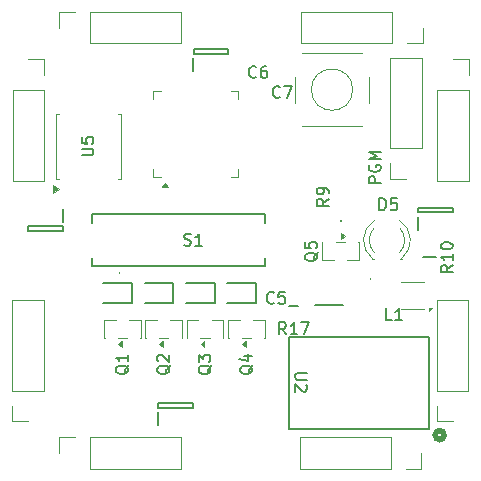
<source format=gbr>
%TF.GenerationSoftware,KiCad,Pcbnew,9.0.6*%
%TF.CreationDate,2025-12-07T19:24:30-08:00*%
%TF.ProjectId,redstone_repeater,72656473-746f-46e6-955f-726570656174,rev?*%
%TF.SameCoordinates,Original*%
%TF.FileFunction,Legend,Top*%
%TF.FilePolarity,Positive*%
%FSLAX46Y46*%
G04 Gerber Fmt 4.6, Leading zero omitted, Abs format (unit mm)*
G04 Created by KiCad (PCBNEW 9.0.6) date 2025-12-07 19:24:30*
%MOMM*%
%LPD*%
G01*
G04 APERTURE LIST*
%ADD10C,0.150000*%
%ADD11C,0.152400*%
%ADD12C,0.508000*%
%ADD13C,0.120000*%
%ADD14C,0.200000*%
%ADD15C,0.100000*%
G04 APERTURE END LIST*
D10*
X191869819Y-50163220D02*
X190869819Y-50163220D01*
X190869819Y-50163220D02*
X190869819Y-49782268D01*
X190869819Y-49782268D02*
X190917438Y-49687030D01*
X190917438Y-49687030D02*
X190965057Y-49639411D01*
X190965057Y-49639411D02*
X191060295Y-49591792D01*
X191060295Y-49591792D02*
X191203152Y-49591792D01*
X191203152Y-49591792D02*
X191298390Y-49639411D01*
X191298390Y-49639411D02*
X191346009Y-49687030D01*
X191346009Y-49687030D02*
X191393628Y-49782268D01*
X191393628Y-49782268D02*
X191393628Y-50163220D01*
X190917438Y-48639411D02*
X190869819Y-48734649D01*
X190869819Y-48734649D02*
X190869819Y-48877506D01*
X190869819Y-48877506D02*
X190917438Y-49020363D01*
X190917438Y-49020363D02*
X191012676Y-49115601D01*
X191012676Y-49115601D02*
X191107914Y-49163220D01*
X191107914Y-49163220D02*
X191298390Y-49210839D01*
X191298390Y-49210839D02*
X191441247Y-49210839D01*
X191441247Y-49210839D02*
X191631723Y-49163220D01*
X191631723Y-49163220D02*
X191726961Y-49115601D01*
X191726961Y-49115601D02*
X191822200Y-49020363D01*
X191822200Y-49020363D02*
X191869819Y-48877506D01*
X191869819Y-48877506D02*
X191869819Y-48782268D01*
X191869819Y-48782268D02*
X191822200Y-48639411D01*
X191822200Y-48639411D02*
X191774580Y-48591792D01*
X191774580Y-48591792D02*
X191441247Y-48591792D01*
X191441247Y-48591792D02*
X191441247Y-48782268D01*
X191869819Y-48163220D02*
X190869819Y-48163220D01*
X190869819Y-48163220D02*
X191584104Y-47829887D01*
X191584104Y-47829887D02*
X190869819Y-47496554D01*
X190869819Y-47496554D02*
X191869819Y-47496554D01*
X185625180Y-66238095D02*
X184815657Y-66238095D01*
X184815657Y-66238095D02*
X184720419Y-66285714D01*
X184720419Y-66285714D02*
X184672800Y-66333333D01*
X184672800Y-66333333D02*
X184625180Y-66428571D01*
X184625180Y-66428571D02*
X184625180Y-66619047D01*
X184625180Y-66619047D02*
X184672800Y-66714285D01*
X184672800Y-66714285D02*
X184720419Y-66761904D01*
X184720419Y-66761904D02*
X184815657Y-66809523D01*
X184815657Y-66809523D02*
X185625180Y-66809523D01*
X185529942Y-67238095D02*
X185577561Y-67285714D01*
X185577561Y-67285714D02*
X185625180Y-67380952D01*
X185625180Y-67380952D02*
X185625180Y-67619047D01*
X185625180Y-67619047D02*
X185577561Y-67714285D01*
X185577561Y-67714285D02*
X185529942Y-67761904D01*
X185529942Y-67761904D02*
X185434704Y-67809523D01*
X185434704Y-67809523D02*
X185339466Y-67809523D01*
X185339466Y-67809523D02*
X185196609Y-67761904D01*
X185196609Y-67761904D02*
X184625180Y-67190476D01*
X184625180Y-67190476D02*
X184625180Y-67809523D01*
X181050057Y-65595238D02*
X181002438Y-65690476D01*
X181002438Y-65690476D02*
X180907200Y-65785714D01*
X180907200Y-65785714D02*
X180764342Y-65928571D01*
X180764342Y-65928571D02*
X180716723Y-66023809D01*
X180716723Y-66023809D02*
X180716723Y-66119047D01*
X180954819Y-66071428D02*
X180907200Y-66166666D01*
X180907200Y-66166666D02*
X180811961Y-66261904D01*
X180811961Y-66261904D02*
X180621485Y-66309523D01*
X180621485Y-66309523D02*
X180288152Y-66309523D01*
X180288152Y-66309523D02*
X180097676Y-66261904D01*
X180097676Y-66261904D02*
X180002438Y-66166666D01*
X180002438Y-66166666D02*
X179954819Y-66071428D01*
X179954819Y-66071428D02*
X179954819Y-65880952D01*
X179954819Y-65880952D02*
X180002438Y-65785714D01*
X180002438Y-65785714D02*
X180097676Y-65690476D01*
X180097676Y-65690476D02*
X180288152Y-65642857D01*
X180288152Y-65642857D02*
X180621485Y-65642857D01*
X180621485Y-65642857D02*
X180811961Y-65690476D01*
X180811961Y-65690476D02*
X180907200Y-65785714D01*
X180907200Y-65785714D02*
X180954819Y-65880952D01*
X180954819Y-65880952D02*
X180954819Y-66071428D01*
X180288152Y-64785714D02*
X180954819Y-64785714D01*
X179907200Y-65023809D02*
X180621485Y-65261904D01*
X180621485Y-65261904D02*
X180621485Y-64642857D01*
X186550057Y-56032738D02*
X186502438Y-56127976D01*
X186502438Y-56127976D02*
X186407200Y-56223214D01*
X186407200Y-56223214D02*
X186264342Y-56366071D01*
X186264342Y-56366071D02*
X186216723Y-56461309D01*
X186216723Y-56461309D02*
X186216723Y-56556547D01*
X186454819Y-56508928D02*
X186407200Y-56604166D01*
X186407200Y-56604166D02*
X186311961Y-56699404D01*
X186311961Y-56699404D02*
X186121485Y-56747023D01*
X186121485Y-56747023D02*
X185788152Y-56747023D01*
X185788152Y-56747023D02*
X185597676Y-56699404D01*
X185597676Y-56699404D02*
X185502438Y-56604166D01*
X185502438Y-56604166D02*
X185454819Y-56508928D01*
X185454819Y-56508928D02*
X185454819Y-56318452D01*
X185454819Y-56318452D02*
X185502438Y-56223214D01*
X185502438Y-56223214D02*
X185597676Y-56127976D01*
X185597676Y-56127976D02*
X185788152Y-56080357D01*
X185788152Y-56080357D02*
X186121485Y-56080357D01*
X186121485Y-56080357D02*
X186311961Y-56127976D01*
X186311961Y-56127976D02*
X186407200Y-56223214D01*
X186407200Y-56223214D02*
X186454819Y-56318452D01*
X186454819Y-56318452D02*
X186454819Y-56508928D01*
X185454819Y-55175595D02*
X185454819Y-55651785D01*
X185454819Y-55651785D02*
X185931009Y-55699404D01*
X185931009Y-55699404D02*
X185883390Y-55651785D01*
X185883390Y-55651785D02*
X185835771Y-55556547D01*
X185835771Y-55556547D02*
X185835771Y-55318452D01*
X185835771Y-55318452D02*
X185883390Y-55223214D01*
X185883390Y-55223214D02*
X185931009Y-55175595D01*
X185931009Y-55175595D02*
X186026247Y-55127976D01*
X186026247Y-55127976D02*
X186264342Y-55127976D01*
X186264342Y-55127976D02*
X186359580Y-55175595D01*
X186359580Y-55175595D02*
X186407200Y-55223214D01*
X186407200Y-55223214D02*
X186454819Y-55318452D01*
X186454819Y-55318452D02*
X186454819Y-55556547D01*
X186454819Y-55556547D02*
X186407200Y-55651785D01*
X186407200Y-55651785D02*
X186359580Y-55699404D01*
X175238095Y-55407200D02*
X175380952Y-55454819D01*
X175380952Y-55454819D02*
X175619047Y-55454819D01*
X175619047Y-55454819D02*
X175714285Y-55407200D01*
X175714285Y-55407200D02*
X175761904Y-55359580D01*
X175761904Y-55359580D02*
X175809523Y-55264342D01*
X175809523Y-55264342D02*
X175809523Y-55169104D01*
X175809523Y-55169104D02*
X175761904Y-55073866D01*
X175761904Y-55073866D02*
X175714285Y-55026247D01*
X175714285Y-55026247D02*
X175619047Y-54978628D01*
X175619047Y-54978628D02*
X175428571Y-54931009D01*
X175428571Y-54931009D02*
X175333333Y-54883390D01*
X175333333Y-54883390D02*
X175285714Y-54835771D01*
X175285714Y-54835771D02*
X175238095Y-54740533D01*
X175238095Y-54740533D02*
X175238095Y-54645295D01*
X175238095Y-54645295D02*
X175285714Y-54550057D01*
X175285714Y-54550057D02*
X175333333Y-54502438D01*
X175333333Y-54502438D02*
X175428571Y-54454819D01*
X175428571Y-54454819D02*
X175666666Y-54454819D01*
X175666666Y-54454819D02*
X175809523Y-54502438D01*
X176761904Y-55454819D02*
X176190476Y-55454819D01*
X176476190Y-55454819D02*
X176476190Y-54454819D01*
X176476190Y-54454819D02*
X176380952Y-54597676D01*
X176380952Y-54597676D02*
X176285714Y-54692914D01*
X176285714Y-54692914D02*
X176190476Y-54740533D01*
X183333333Y-42859580D02*
X183285714Y-42907200D01*
X183285714Y-42907200D02*
X183142857Y-42954819D01*
X183142857Y-42954819D02*
X183047619Y-42954819D01*
X183047619Y-42954819D02*
X182904762Y-42907200D01*
X182904762Y-42907200D02*
X182809524Y-42811961D01*
X182809524Y-42811961D02*
X182761905Y-42716723D01*
X182761905Y-42716723D02*
X182714286Y-42526247D01*
X182714286Y-42526247D02*
X182714286Y-42383390D01*
X182714286Y-42383390D02*
X182761905Y-42192914D01*
X182761905Y-42192914D02*
X182809524Y-42097676D01*
X182809524Y-42097676D02*
X182904762Y-42002438D01*
X182904762Y-42002438D02*
X183047619Y-41954819D01*
X183047619Y-41954819D02*
X183142857Y-41954819D01*
X183142857Y-41954819D02*
X183285714Y-42002438D01*
X183285714Y-42002438D02*
X183333333Y-42050057D01*
X183666667Y-41954819D02*
X184333333Y-41954819D01*
X184333333Y-41954819D02*
X183904762Y-42954819D01*
X192833333Y-61754819D02*
X192357143Y-61754819D01*
X192357143Y-61754819D02*
X192357143Y-60754819D01*
X193690476Y-61754819D02*
X193119048Y-61754819D01*
X193404762Y-61754819D02*
X193404762Y-60754819D01*
X193404762Y-60754819D02*
X193309524Y-60897676D01*
X193309524Y-60897676D02*
X193214286Y-60992914D01*
X193214286Y-60992914D02*
X193119048Y-61040533D01*
X170550057Y-65595238D02*
X170502438Y-65690476D01*
X170502438Y-65690476D02*
X170407200Y-65785714D01*
X170407200Y-65785714D02*
X170264342Y-65928571D01*
X170264342Y-65928571D02*
X170216723Y-66023809D01*
X170216723Y-66023809D02*
X170216723Y-66119047D01*
X170454819Y-66071428D02*
X170407200Y-66166666D01*
X170407200Y-66166666D02*
X170311961Y-66261904D01*
X170311961Y-66261904D02*
X170121485Y-66309523D01*
X170121485Y-66309523D02*
X169788152Y-66309523D01*
X169788152Y-66309523D02*
X169597676Y-66261904D01*
X169597676Y-66261904D02*
X169502438Y-66166666D01*
X169502438Y-66166666D02*
X169454819Y-66071428D01*
X169454819Y-66071428D02*
X169454819Y-65880952D01*
X169454819Y-65880952D02*
X169502438Y-65785714D01*
X169502438Y-65785714D02*
X169597676Y-65690476D01*
X169597676Y-65690476D02*
X169788152Y-65642857D01*
X169788152Y-65642857D02*
X170121485Y-65642857D01*
X170121485Y-65642857D02*
X170311961Y-65690476D01*
X170311961Y-65690476D02*
X170407200Y-65785714D01*
X170407200Y-65785714D02*
X170454819Y-65880952D01*
X170454819Y-65880952D02*
X170454819Y-66071428D01*
X170454819Y-64690476D02*
X170454819Y-65261904D01*
X170454819Y-64976190D02*
X169454819Y-64976190D01*
X169454819Y-64976190D02*
X169597676Y-65071428D01*
X169597676Y-65071428D02*
X169692914Y-65166666D01*
X169692914Y-65166666D02*
X169740533Y-65261904D01*
X182833333Y-60273443D02*
X182785714Y-60321063D01*
X182785714Y-60321063D02*
X182642857Y-60368682D01*
X182642857Y-60368682D02*
X182547619Y-60368682D01*
X182547619Y-60368682D02*
X182404762Y-60321063D01*
X182404762Y-60321063D02*
X182309524Y-60225824D01*
X182309524Y-60225824D02*
X182261905Y-60130586D01*
X182261905Y-60130586D02*
X182214286Y-59940110D01*
X182214286Y-59940110D02*
X182214286Y-59797253D01*
X182214286Y-59797253D02*
X182261905Y-59606777D01*
X182261905Y-59606777D02*
X182309524Y-59511539D01*
X182309524Y-59511539D02*
X182404762Y-59416301D01*
X182404762Y-59416301D02*
X182547619Y-59368682D01*
X182547619Y-59368682D02*
X182642857Y-59368682D01*
X182642857Y-59368682D02*
X182785714Y-59416301D01*
X182785714Y-59416301D02*
X182833333Y-59463920D01*
X183738095Y-59368682D02*
X183261905Y-59368682D01*
X183261905Y-59368682D02*
X183214286Y-59844872D01*
X183214286Y-59844872D02*
X183261905Y-59797253D01*
X183261905Y-59797253D02*
X183357143Y-59749634D01*
X183357143Y-59749634D02*
X183595238Y-59749634D01*
X183595238Y-59749634D02*
X183690476Y-59797253D01*
X183690476Y-59797253D02*
X183738095Y-59844872D01*
X183738095Y-59844872D02*
X183785714Y-59940110D01*
X183785714Y-59940110D02*
X183785714Y-60178205D01*
X183785714Y-60178205D02*
X183738095Y-60273443D01*
X183738095Y-60273443D02*
X183690476Y-60321063D01*
X183690476Y-60321063D02*
X183595238Y-60368682D01*
X183595238Y-60368682D02*
X183357143Y-60368682D01*
X183357143Y-60368682D02*
X183261905Y-60321063D01*
X183261905Y-60321063D02*
X183214286Y-60273443D01*
X197954819Y-57092857D02*
X197478628Y-57426190D01*
X197954819Y-57664285D02*
X196954819Y-57664285D01*
X196954819Y-57664285D02*
X196954819Y-57283333D01*
X196954819Y-57283333D02*
X197002438Y-57188095D01*
X197002438Y-57188095D02*
X197050057Y-57140476D01*
X197050057Y-57140476D02*
X197145295Y-57092857D01*
X197145295Y-57092857D02*
X197288152Y-57092857D01*
X197288152Y-57092857D02*
X197383390Y-57140476D01*
X197383390Y-57140476D02*
X197431009Y-57188095D01*
X197431009Y-57188095D02*
X197478628Y-57283333D01*
X197478628Y-57283333D02*
X197478628Y-57664285D01*
X197954819Y-56140476D02*
X197954819Y-56711904D01*
X197954819Y-56426190D02*
X196954819Y-56426190D01*
X196954819Y-56426190D02*
X197097676Y-56521428D01*
X197097676Y-56521428D02*
X197192914Y-56616666D01*
X197192914Y-56616666D02*
X197240533Y-56711904D01*
X196954819Y-55521428D02*
X196954819Y-55426190D01*
X196954819Y-55426190D02*
X197002438Y-55330952D01*
X197002438Y-55330952D02*
X197050057Y-55283333D01*
X197050057Y-55283333D02*
X197145295Y-55235714D01*
X197145295Y-55235714D02*
X197335771Y-55188095D01*
X197335771Y-55188095D02*
X197573866Y-55188095D01*
X197573866Y-55188095D02*
X197764342Y-55235714D01*
X197764342Y-55235714D02*
X197859580Y-55283333D01*
X197859580Y-55283333D02*
X197907200Y-55330952D01*
X197907200Y-55330952D02*
X197954819Y-55426190D01*
X197954819Y-55426190D02*
X197954819Y-55521428D01*
X197954819Y-55521428D02*
X197907200Y-55616666D01*
X197907200Y-55616666D02*
X197859580Y-55664285D01*
X197859580Y-55664285D02*
X197764342Y-55711904D01*
X197764342Y-55711904D02*
X197573866Y-55759523D01*
X197573866Y-55759523D02*
X197335771Y-55759523D01*
X197335771Y-55759523D02*
X197145295Y-55711904D01*
X197145295Y-55711904D02*
X197050057Y-55664285D01*
X197050057Y-55664285D02*
X197002438Y-55616666D01*
X197002438Y-55616666D02*
X196954819Y-55521428D01*
X183857142Y-62954819D02*
X183523809Y-62478628D01*
X183285714Y-62954819D02*
X183285714Y-61954819D01*
X183285714Y-61954819D02*
X183666666Y-61954819D01*
X183666666Y-61954819D02*
X183761904Y-62002438D01*
X183761904Y-62002438D02*
X183809523Y-62050057D01*
X183809523Y-62050057D02*
X183857142Y-62145295D01*
X183857142Y-62145295D02*
X183857142Y-62288152D01*
X183857142Y-62288152D02*
X183809523Y-62383390D01*
X183809523Y-62383390D02*
X183761904Y-62431009D01*
X183761904Y-62431009D02*
X183666666Y-62478628D01*
X183666666Y-62478628D02*
X183285714Y-62478628D01*
X184809523Y-62954819D02*
X184238095Y-62954819D01*
X184523809Y-62954819D02*
X184523809Y-61954819D01*
X184523809Y-61954819D02*
X184428571Y-62097676D01*
X184428571Y-62097676D02*
X184333333Y-62192914D01*
X184333333Y-62192914D02*
X184238095Y-62240533D01*
X185142857Y-61954819D02*
X185809523Y-61954819D01*
X185809523Y-61954819D02*
X185380952Y-62954819D01*
X174050057Y-65595238D02*
X174002438Y-65690476D01*
X174002438Y-65690476D02*
X173907200Y-65785714D01*
X173907200Y-65785714D02*
X173764342Y-65928571D01*
X173764342Y-65928571D02*
X173716723Y-66023809D01*
X173716723Y-66023809D02*
X173716723Y-66119047D01*
X173954819Y-66071428D02*
X173907200Y-66166666D01*
X173907200Y-66166666D02*
X173811961Y-66261904D01*
X173811961Y-66261904D02*
X173621485Y-66309523D01*
X173621485Y-66309523D02*
X173288152Y-66309523D01*
X173288152Y-66309523D02*
X173097676Y-66261904D01*
X173097676Y-66261904D02*
X173002438Y-66166666D01*
X173002438Y-66166666D02*
X172954819Y-66071428D01*
X172954819Y-66071428D02*
X172954819Y-65880952D01*
X172954819Y-65880952D02*
X173002438Y-65785714D01*
X173002438Y-65785714D02*
X173097676Y-65690476D01*
X173097676Y-65690476D02*
X173288152Y-65642857D01*
X173288152Y-65642857D02*
X173621485Y-65642857D01*
X173621485Y-65642857D02*
X173811961Y-65690476D01*
X173811961Y-65690476D02*
X173907200Y-65785714D01*
X173907200Y-65785714D02*
X173954819Y-65880952D01*
X173954819Y-65880952D02*
X173954819Y-66071428D01*
X173050057Y-65261904D02*
X173002438Y-65214285D01*
X173002438Y-65214285D02*
X172954819Y-65119047D01*
X172954819Y-65119047D02*
X172954819Y-64880952D01*
X172954819Y-64880952D02*
X173002438Y-64785714D01*
X173002438Y-64785714D02*
X173050057Y-64738095D01*
X173050057Y-64738095D02*
X173145295Y-64690476D01*
X173145295Y-64690476D02*
X173240533Y-64690476D01*
X173240533Y-64690476D02*
X173383390Y-64738095D01*
X173383390Y-64738095D02*
X173954819Y-65309523D01*
X173954819Y-65309523D02*
X173954819Y-64690476D01*
X166554818Y-47824404D02*
X167364341Y-47824404D01*
X167364341Y-47824404D02*
X167459579Y-47776785D01*
X167459579Y-47776785D02*
X167507199Y-47729166D01*
X167507199Y-47729166D02*
X167554818Y-47633928D01*
X167554818Y-47633928D02*
X167554818Y-47443452D01*
X167554818Y-47443452D02*
X167507199Y-47348214D01*
X167507199Y-47348214D02*
X167459579Y-47300595D01*
X167459579Y-47300595D02*
X167364341Y-47252976D01*
X167364341Y-47252976D02*
X166554818Y-47252976D01*
X166554818Y-46300595D02*
X166554818Y-46776785D01*
X166554818Y-46776785D02*
X167031008Y-46824404D01*
X167031008Y-46824404D02*
X166983389Y-46776785D01*
X166983389Y-46776785D02*
X166935770Y-46681547D01*
X166935770Y-46681547D02*
X166935770Y-46443452D01*
X166935770Y-46443452D02*
X166983389Y-46348214D01*
X166983389Y-46348214D02*
X167031008Y-46300595D01*
X167031008Y-46300595D02*
X167126246Y-46252976D01*
X167126246Y-46252976D02*
X167364341Y-46252976D01*
X167364341Y-46252976D02*
X167459579Y-46300595D01*
X167459579Y-46300595D02*
X167507199Y-46348214D01*
X167507199Y-46348214D02*
X167554818Y-46443452D01*
X167554818Y-46443452D02*
X167554818Y-46681547D01*
X167554818Y-46681547D02*
X167507199Y-46776785D01*
X167507199Y-46776785D02*
X167459579Y-46824404D01*
X181333333Y-41159580D02*
X181285714Y-41207200D01*
X181285714Y-41207200D02*
X181142857Y-41254819D01*
X181142857Y-41254819D02*
X181047619Y-41254819D01*
X181047619Y-41254819D02*
X180904762Y-41207200D01*
X180904762Y-41207200D02*
X180809524Y-41111961D01*
X180809524Y-41111961D02*
X180761905Y-41016723D01*
X180761905Y-41016723D02*
X180714286Y-40826247D01*
X180714286Y-40826247D02*
X180714286Y-40683390D01*
X180714286Y-40683390D02*
X180761905Y-40492914D01*
X180761905Y-40492914D02*
X180809524Y-40397676D01*
X180809524Y-40397676D02*
X180904762Y-40302438D01*
X180904762Y-40302438D02*
X181047619Y-40254819D01*
X181047619Y-40254819D02*
X181142857Y-40254819D01*
X181142857Y-40254819D02*
X181285714Y-40302438D01*
X181285714Y-40302438D02*
X181333333Y-40350057D01*
X182190476Y-40254819D02*
X182000000Y-40254819D01*
X182000000Y-40254819D02*
X181904762Y-40302438D01*
X181904762Y-40302438D02*
X181857143Y-40350057D01*
X181857143Y-40350057D02*
X181761905Y-40492914D01*
X181761905Y-40492914D02*
X181714286Y-40683390D01*
X181714286Y-40683390D02*
X181714286Y-41064342D01*
X181714286Y-41064342D02*
X181761905Y-41159580D01*
X181761905Y-41159580D02*
X181809524Y-41207200D01*
X181809524Y-41207200D02*
X181904762Y-41254819D01*
X181904762Y-41254819D02*
X182095238Y-41254819D01*
X182095238Y-41254819D02*
X182190476Y-41207200D01*
X182190476Y-41207200D02*
X182238095Y-41159580D01*
X182238095Y-41159580D02*
X182285714Y-41064342D01*
X182285714Y-41064342D02*
X182285714Y-40826247D01*
X182285714Y-40826247D02*
X182238095Y-40731009D01*
X182238095Y-40731009D02*
X182190476Y-40683390D01*
X182190476Y-40683390D02*
X182095238Y-40635771D01*
X182095238Y-40635771D02*
X181904762Y-40635771D01*
X181904762Y-40635771D02*
X181809524Y-40683390D01*
X181809524Y-40683390D02*
X181761905Y-40731009D01*
X181761905Y-40731009D02*
X181714286Y-40826247D01*
X191761905Y-52454819D02*
X191761905Y-51454819D01*
X191761905Y-51454819D02*
X192000000Y-51454819D01*
X192000000Y-51454819D02*
X192142857Y-51502438D01*
X192142857Y-51502438D02*
X192238095Y-51597676D01*
X192238095Y-51597676D02*
X192285714Y-51692914D01*
X192285714Y-51692914D02*
X192333333Y-51883390D01*
X192333333Y-51883390D02*
X192333333Y-52026247D01*
X192333333Y-52026247D02*
X192285714Y-52216723D01*
X192285714Y-52216723D02*
X192238095Y-52311961D01*
X192238095Y-52311961D02*
X192142857Y-52407200D01*
X192142857Y-52407200D02*
X192000000Y-52454819D01*
X192000000Y-52454819D02*
X191761905Y-52454819D01*
X193238095Y-51454819D02*
X192761905Y-51454819D01*
X192761905Y-51454819D02*
X192714286Y-51931009D01*
X192714286Y-51931009D02*
X192761905Y-51883390D01*
X192761905Y-51883390D02*
X192857143Y-51835771D01*
X192857143Y-51835771D02*
X193095238Y-51835771D01*
X193095238Y-51835771D02*
X193190476Y-51883390D01*
X193190476Y-51883390D02*
X193238095Y-51931009D01*
X193238095Y-51931009D02*
X193285714Y-52026247D01*
X193285714Y-52026247D02*
X193285714Y-52264342D01*
X193285714Y-52264342D02*
X193238095Y-52359580D01*
X193238095Y-52359580D02*
X193190476Y-52407200D01*
X193190476Y-52407200D02*
X193095238Y-52454819D01*
X193095238Y-52454819D02*
X192857143Y-52454819D01*
X192857143Y-52454819D02*
X192761905Y-52407200D01*
X192761905Y-52407200D02*
X192714286Y-52359580D01*
X177550057Y-65595238D02*
X177502438Y-65690476D01*
X177502438Y-65690476D02*
X177407200Y-65785714D01*
X177407200Y-65785714D02*
X177264342Y-65928571D01*
X177264342Y-65928571D02*
X177216723Y-66023809D01*
X177216723Y-66023809D02*
X177216723Y-66119047D01*
X177454819Y-66071428D02*
X177407200Y-66166666D01*
X177407200Y-66166666D02*
X177311961Y-66261904D01*
X177311961Y-66261904D02*
X177121485Y-66309523D01*
X177121485Y-66309523D02*
X176788152Y-66309523D01*
X176788152Y-66309523D02*
X176597676Y-66261904D01*
X176597676Y-66261904D02*
X176502438Y-66166666D01*
X176502438Y-66166666D02*
X176454819Y-66071428D01*
X176454819Y-66071428D02*
X176454819Y-65880952D01*
X176454819Y-65880952D02*
X176502438Y-65785714D01*
X176502438Y-65785714D02*
X176597676Y-65690476D01*
X176597676Y-65690476D02*
X176788152Y-65642857D01*
X176788152Y-65642857D02*
X177121485Y-65642857D01*
X177121485Y-65642857D02*
X177311961Y-65690476D01*
X177311961Y-65690476D02*
X177407200Y-65785714D01*
X177407200Y-65785714D02*
X177454819Y-65880952D01*
X177454819Y-65880952D02*
X177454819Y-66071428D01*
X176454819Y-65309523D02*
X176454819Y-64690476D01*
X176454819Y-64690476D02*
X176835771Y-65023809D01*
X176835771Y-65023809D02*
X176835771Y-64880952D01*
X176835771Y-64880952D02*
X176883390Y-64785714D01*
X176883390Y-64785714D02*
X176931009Y-64738095D01*
X176931009Y-64738095D02*
X177026247Y-64690476D01*
X177026247Y-64690476D02*
X177264342Y-64690476D01*
X177264342Y-64690476D02*
X177359580Y-64738095D01*
X177359580Y-64738095D02*
X177407200Y-64785714D01*
X177407200Y-64785714D02*
X177454819Y-64880952D01*
X177454819Y-64880952D02*
X177454819Y-65166666D01*
X177454819Y-65166666D02*
X177407200Y-65261904D01*
X177407200Y-65261904D02*
X177359580Y-65309523D01*
X187454819Y-51491666D02*
X186978628Y-51824999D01*
X187454819Y-52063094D02*
X186454819Y-52063094D01*
X186454819Y-52063094D02*
X186454819Y-51682142D01*
X186454819Y-51682142D02*
X186502438Y-51586904D01*
X186502438Y-51586904D02*
X186550057Y-51539285D01*
X186550057Y-51539285D02*
X186645295Y-51491666D01*
X186645295Y-51491666D02*
X186788152Y-51491666D01*
X186788152Y-51491666D02*
X186883390Y-51539285D01*
X186883390Y-51539285D02*
X186931009Y-51586904D01*
X186931009Y-51586904D02*
X186978628Y-51682142D01*
X186978628Y-51682142D02*
X186978628Y-52063094D01*
X187454819Y-51015475D02*
X187454819Y-50824999D01*
X187454819Y-50824999D02*
X187407200Y-50729761D01*
X187407200Y-50729761D02*
X187359580Y-50682142D01*
X187359580Y-50682142D02*
X187216723Y-50586904D01*
X187216723Y-50586904D02*
X187026247Y-50539285D01*
X187026247Y-50539285D02*
X186645295Y-50539285D01*
X186645295Y-50539285D02*
X186550057Y-50586904D01*
X186550057Y-50586904D02*
X186502438Y-50634523D01*
X186502438Y-50634523D02*
X186454819Y-50729761D01*
X186454819Y-50729761D02*
X186454819Y-50920237D01*
X186454819Y-50920237D02*
X186502438Y-51015475D01*
X186502438Y-51015475D02*
X186550057Y-51063094D01*
X186550057Y-51063094D02*
X186645295Y-51110713D01*
X186645295Y-51110713D02*
X186883390Y-51110713D01*
X186883390Y-51110713D02*
X186978628Y-51063094D01*
X186978628Y-51063094D02*
X187026247Y-51015475D01*
X187026247Y-51015475D02*
X187073866Y-50920237D01*
X187073866Y-50920237D02*
X187073866Y-50729761D01*
X187073866Y-50729761D02*
X187026247Y-50634523D01*
X187026247Y-50634523D02*
X186978628Y-50586904D01*
X186978628Y-50586904D02*
X186883390Y-50539285D01*
D11*
%TO.C,U2*%
X184109100Y-63166000D02*
X184109100Y-71014600D01*
X184109100Y-71014600D02*
X195970900Y-71014600D01*
X195970900Y-63166000D02*
X184109100Y-63166000D01*
X195970900Y-71014600D02*
X195970900Y-63166000D01*
D12*
X197240900Y-71500000D02*
G75*
G02*
X196478900Y-71500000I-381000J0D01*
G01*
X196478900Y-71500000D02*
G75*
G02*
X197240900Y-71500000I381000J0D01*
G01*
D13*
%TO.C,Q4*%
X178940000Y-61740000D02*
X179940000Y-61740000D01*
X178940000Y-63260000D02*
X178940000Y-61740000D01*
X178990000Y-63260000D02*
X178940000Y-63260000D01*
X180890000Y-63260000D02*
X180110000Y-63260000D01*
X181060000Y-61740000D02*
X182060000Y-61740000D01*
X182060000Y-61740000D02*
X182060000Y-63260000D01*
X182060000Y-63260000D02*
X182010000Y-63260000D01*
X180450000Y-64040000D02*
X180120000Y-63800000D01*
X180450000Y-63560000D01*
X180450000Y-64040000D01*
G36*
X180450000Y-64040000D02*
G01*
X180120000Y-63800000D01*
X180450000Y-63560000D01*
X180450000Y-64040000D01*
G37*
D14*
%TO.C,D3*%
X175400000Y-60350000D02*
X177825000Y-60350000D01*
X177825000Y-58650000D02*
X175400000Y-58650000D01*
X177825000Y-60350000D02*
X177825000Y-58650000D01*
D13*
%TO.C,Q5*%
X186890000Y-55177500D02*
X186940000Y-55177500D01*
X186890000Y-56697500D02*
X186890000Y-55177500D01*
X187890000Y-56697500D02*
X186890000Y-56697500D01*
X188060000Y-55177500D02*
X188840000Y-55177500D01*
X189960000Y-55177500D02*
X190010000Y-55177500D01*
X190010000Y-55177500D02*
X190010000Y-56697500D01*
X190010000Y-56697500D02*
X189010000Y-56697500D01*
X188830000Y-54637500D02*
X188500000Y-54877500D01*
X188500000Y-54397500D01*
X188830000Y-54637500D01*
G36*
X188830000Y-54637500D02*
G01*
X188500000Y-54877500D01*
X188500000Y-54397500D01*
X188830000Y-54637500D01*
G37*
%TO.C,SW1*%
X184630000Y-43350000D02*
X184630000Y-41150000D01*
X185250000Y-39130000D02*
X190250000Y-39130000D01*
X185250000Y-45370000D02*
X190250000Y-45370000D01*
X190870000Y-41150000D02*
X190870000Y-43350000D01*
X189500000Y-42250000D02*
G75*
G02*
X186000000Y-42250000I-1750000J0D01*
G01*
X186000000Y-42250000D02*
G75*
G02*
X189500000Y-42250000I1750000J0D01*
G01*
D14*
%TO.C,S1*%
X167403508Y-52800000D02*
X182103508Y-52800000D01*
X167403508Y-53500000D02*
X167403508Y-52800000D01*
X167403508Y-56500000D02*
X167403508Y-57200000D01*
X167403508Y-57200000D02*
X182103508Y-57200000D01*
D15*
X169753508Y-57700000D02*
X169753508Y-57700000D01*
X169753508Y-57800000D02*
X169753508Y-57800000D01*
D14*
X182103508Y-52800000D02*
X182103508Y-53500000D01*
X182103508Y-57200000D02*
X182103508Y-56500000D01*
D15*
X169753508Y-57700000D02*
G75*
G02*
X169753508Y-57800000I0J-50000D01*
G01*
X169753508Y-57800000D02*
G75*
G02*
X169753508Y-57700000I0J50000D01*
G01*
D13*
%TO.C,U3*%
X195550000Y-58523863D02*
X193550000Y-58523863D01*
X195560000Y-60803863D02*
X193560000Y-60803863D01*
X195920000Y-61013863D02*
X195920000Y-60733863D01*
X196200000Y-60733863D01*
X195920000Y-61013863D01*
G36*
X195920000Y-61013863D02*
G01*
X195920000Y-60733863D01*
X196200000Y-60733863D01*
X195920000Y-61013863D01*
G37*
%TO.C,J9*%
X192670000Y-47230000D02*
X192670000Y-39550000D01*
X192670000Y-49830000D02*
X192670000Y-48500000D01*
X194000000Y-49830000D02*
X192670000Y-49830000D01*
X195330000Y-39550000D02*
X192670000Y-39550000D01*
X195330000Y-47230000D02*
X192670000Y-47230000D01*
X195330000Y-47230000D02*
X195330000Y-39550000D01*
%TO.C,J8*%
X160670000Y-67730000D02*
X160670000Y-60050000D01*
X160670000Y-70330000D02*
X160670000Y-69000000D01*
X162000000Y-70330000D02*
X160670000Y-70330000D01*
X163330000Y-60050000D02*
X160670000Y-60050000D01*
X163330000Y-67730000D02*
X160670000Y-67730000D01*
X163330000Y-67730000D02*
X163330000Y-60050000D01*
D14*
%TO.C,D4*%
X178900000Y-60350000D02*
X181325000Y-60350000D01*
X181325000Y-58650000D02*
X178900000Y-58650000D01*
X181325000Y-60350000D02*
X181325000Y-58650000D01*
D13*
%TO.C,J4*%
X196645000Y-67730000D02*
X196645000Y-60050000D01*
X196645000Y-70330000D02*
X196645000Y-69000000D01*
X197975000Y-70330000D02*
X196645000Y-70330000D01*
X199305000Y-60050000D02*
X196645000Y-60050000D01*
X199305000Y-67730000D02*
X196645000Y-67730000D01*
X199305000Y-67730000D02*
X199305000Y-60050000D01*
D15*
%TO.C,L1*%
X191000000Y-58200000D02*
X191000000Y-58200000D01*
X191000000Y-58300000D02*
X191000000Y-58300000D01*
X191000000Y-58200000D02*
G75*
G02*
X191000000Y-58300000I0J-50000D01*
G01*
X191000000Y-58300000D02*
G75*
G02*
X191000000Y-58200000I0J50000D01*
G01*
D14*
%TO.C,D18*%
X195000000Y-54100000D02*
X195000000Y-53000000D01*
X195025000Y-52250000D02*
X197975000Y-52250000D01*
X195025000Y-52650000D02*
X195025000Y-52250000D01*
X197975000Y-52250000D02*
X197975000Y-52650000D01*
X197975000Y-52650000D02*
X195025000Y-52650000D01*
%TO.C,D1*%
X168400000Y-60350000D02*
X170825000Y-60350000D01*
X170825000Y-58650000D02*
X168400000Y-58650000D01*
X170825000Y-60350000D02*
X170825000Y-58650000D01*
D13*
%TO.C,Q1*%
X168440000Y-61740000D02*
X169440000Y-61740000D01*
X168440000Y-63260000D02*
X168440000Y-61740000D01*
X168490000Y-63260000D02*
X168440000Y-63260000D01*
X170390000Y-63260000D02*
X169610000Y-63260000D01*
X170560000Y-61740000D02*
X171560000Y-61740000D01*
X171560000Y-61740000D02*
X171560000Y-63260000D01*
X171560000Y-63260000D02*
X171510000Y-63260000D01*
X169950000Y-64040000D02*
X169620000Y-63800000D01*
X169950000Y-63560000D01*
X169950000Y-64040000D01*
G36*
X169950000Y-64040000D02*
G01*
X169620000Y-63800000D01*
X169950000Y-63560000D01*
X169950000Y-64040000D01*
G37*
%TO.C,J1*%
X164645000Y-35670000D02*
X165975000Y-35670000D01*
X164645000Y-37000000D02*
X164645000Y-35670000D01*
X167245000Y-35670000D02*
X174925000Y-35670000D01*
X167245000Y-38330000D02*
X167245000Y-35670000D01*
X167245000Y-38330000D02*
X174925000Y-38330000D01*
X174925000Y-38330000D02*
X174925000Y-35670000D01*
D14*
%TO.C,C5*%
X184900000Y-60588863D02*
X184100000Y-60588863D01*
%TO.C,R10*%
X195475000Y-56450000D02*
X196525000Y-56450000D01*
%TO.C,R17*%
X188650000Y-60500000D02*
X186350000Y-60500000D01*
D13*
%TO.C,J2*%
X185145000Y-35670000D02*
X185145000Y-38330000D01*
X192825000Y-35670000D02*
X185145000Y-35670000D01*
X192825000Y-35670000D02*
X192825000Y-38330000D01*
X192825000Y-38330000D02*
X185145000Y-38330000D01*
X195425000Y-37000000D02*
X195425000Y-38330000D01*
X195425000Y-38330000D02*
X194095000Y-38330000D01*
D14*
%TO.C,D21*%
X162025000Y-53800000D02*
X164975000Y-53800000D01*
X162025000Y-54200000D02*
X162025000Y-53800000D01*
X164975000Y-53800000D02*
X164975000Y-54200000D01*
X164975000Y-54200000D02*
X162025000Y-54200000D01*
X165000000Y-52350000D02*
X165000000Y-53450000D01*
%TO.C,D2*%
X171900000Y-60350000D02*
X174325000Y-60350000D01*
X174325000Y-58650000D02*
X171900000Y-58650000D01*
X174325000Y-60350000D02*
X174325000Y-58650000D01*
D13*
%TO.C,Q2*%
X171940000Y-61740000D02*
X172940000Y-61740000D01*
X171940000Y-63260000D02*
X171940000Y-61740000D01*
X171990000Y-63260000D02*
X171940000Y-63260000D01*
X173890000Y-63260000D02*
X173110000Y-63260000D01*
X174060000Y-61740000D02*
X175060000Y-61740000D01*
X175060000Y-61740000D02*
X175060000Y-63260000D01*
X175060000Y-63260000D02*
X175010000Y-63260000D01*
X173450000Y-64040000D02*
X173120000Y-63800000D01*
X173450000Y-63560000D01*
X173450000Y-64040000D01*
G36*
X173450000Y-64040000D02*
G01*
X173120000Y-63800000D01*
X173450000Y-63560000D01*
X173450000Y-64040000D01*
G37*
%TO.C,U5*%
X164339999Y-44302500D02*
X164609999Y-44302500D01*
X164339999Y-49822500D02*
X164339999Y-44302500D01*
X164609999Y-49822500D02*
X164339999Y-49822500D01*
X169589999Y-44302500D02*
X169859999Y-44302500D01*
X169859999Y-44302500D02*
X169859999Y-49822500D01*
X169859999Y-49822500D02*
X169589999Y-49822500D01*
X164599999Y-50652500D02*
X164129999Y-50992500D01*
X164129999Y-50312500D01*
X164599999Y-50652500D01*
G36*
X164599999Y-50652500D02*
G01*
X164129999Y-50992500D01*
X164129999Y-50312500D01*
X164599999Y-50652500D01*
G37*
%TO.C,J6*%
X185025000Y-71695000D02*
X185025000Y-74355000D01*
X192705000Y-71695000D02*
X185025000Y-71695000D01*
X192705000Y-71695000D02*
X192705000Y-74355000D01*
X192705000Y-74355000D02*
X185025000Y-74355000D01*
X195305000Y-73025000D02*
X195305000Y-74355000D01*
X195305000Y-74355000D02*
X193975000Y-74355000D01*
%TO.C,U1*%
X172590000Y-42390000D02*
X173239999Y-42390000D01*
X172590000Y-43039999D02*
X172590000Y-42390000D01*
X172590000Y-49610000D02*
X172590000Y-48960001D01*
X173239999Y-49610000D02*
X172590000Y-49610000D01*
X179160001Y-42390000D02*
X179810000Y-42390000D01*
X179810000Y-42390000D02*
X179810000Y-43039999D01*
X179810000Y-48960001D02*
X179810000Y-49610000D01*
X179810000Y-49610000D02*
X179160001Y-49610000D01*
X173840000Y-50470000D02*
X173360000Y-50470000D01*
X173599999Y-50140000D01*
X173840000Y-50470000D01*
G36*
X173840000Y-50470000D02*
G01*
X173360000Y-50470000D01*
X173599999Y-50140000D01*
X173840000Y-50470000D01*
G37*
%TO.C,D5*%
X191167508Y-56560000D02*
X191323508Y-56560000D01*
X193483508Y-56560000D02*
X193639508Y-56560000D01*
X191167992Y-56560000D02*
G75*
G02*
X191323508Y-53328563I1235516J1560000D01*
G01*
X191323508Y-56040961D02*
G75*
G02*
X191323508Y-53959039I1080000J1040961D01*
G01*
X193483508Y-53328563D02*
G75*
G02*
X193639024Y-56560000I-1080000J-1671437D01*
G01*
X193483508Y-53959039D02*
G75*
G02*
X193483508Y-56040961I-1080000J-1040961D01*
G01*
%TO.C,J5*%
X164645000Y-71670000D02*
X165975000Y-71670000D01*
X164645000Y-73000000D02*
X164645000Y-71670000D01*
X167245000Y-71670000D02*
X174925000Y-71670000D01*
X167245000Y-74330000D02*
X167245000Y-71670000D01*
X167245000Y-74330000D02*
X174925000Y-74330000D01*
X174925000Y-74330000D02*
X174925000Y-71670000D01*
D14*
%TO.C,D17*%
X176000000Y-40650000D02*
X176000000Y-39550000D01*
X176025000Y-38800000D02*
X178975000Y-38800000D01*
X176025000Y-39200000D02*
X176025000Y-38800000D01*
X178975000Y-38800000D02*
X178975000Y-39200000D01*
X178975000Y-39200000D02*
X176025000Y-39200000D01*
%TO.C,D20*%
X173000000Y-70650000D02*
X173000000Y-69550000D01*
X173025000Y-68800000D02*
X175975000Y-68800000D01*
X173025000Y-69200000D02*
X173025000Y-68800000D01*
X175975000Y-68800000D02*
X175975000Y-69200000D01*
X175975000Y-69200000D02*
X173025000Y-69200000D01*
D13*
%TO.C,J7*%
X160720000Y-42270000D02*
X160720000Y-49950000D01*
X160720000Y-42270000D02*
X163380000Y-42270000D01*
X160720000Y-49950000D02*
X163380000Y-49950000D01*
X162050000Y-39670000D02*
X163380000Y-39670000D01*
X163380000Y-39670000D02*
X163380000Y-41000000D01*
X163380000Y-42270000D02*
X163380000Y-49950000D01*
%TO.C,Q3*%
X175440000Y-61740000D02*
X176440000Y-61740000D01*
X175440000Y-63260000D02*
X175440000Y-61740000D01*
X175490000Y-63260000D02*
X175440000Y-63260000D01*
X177390000Y-63260000D02*
X176610000Y-63260000D01*
X177560000Y-61740000D02*
X178560000Y-61740000D01*
X178560000Y-61740000D02*
X178560000Y-63260000D01*
X178560000Y-63260000D02*
X178510000Y-63260000D01*
X176950000Y-64040000D02*
X176620000Y-63800000D01*
X176950000Y-63560000D01*
X176950000Y-64040000D01*
G36*
X176950000Y-64040000D02*
G01*
X176620000Y-63800000D01*
X176950000Y-63560000D01*
X176950000Y-64040000D01*
G37*
%TO.C,J3*%
X196670000Y-42270000D02*
X196670000Y-49950000D01*
X196670000Y-42270000D02*
X199330000Y-42270000D01*
X196670000Y-49950000D02*
X199330000Y-49950000D01*
X198000000Y-39670000D02*
X199330000Y-39670000D01*
X199330000Y-39670000D02*
X199330000Y-41000000D01*
X199330000Y-42270000D02*
X199330000Y-49950000D01*
D14*
%TO.C,R9*%
X188550000Y-53350000D02*
G75*
G02*
X188450000Y-53350000I-50000J0D01*
G01*
X188450000Y-53350000D02*
G75*
G02*
X188550000Y-53350000I50000J0D01*
G01*
%TD*%
M02*

</source>
